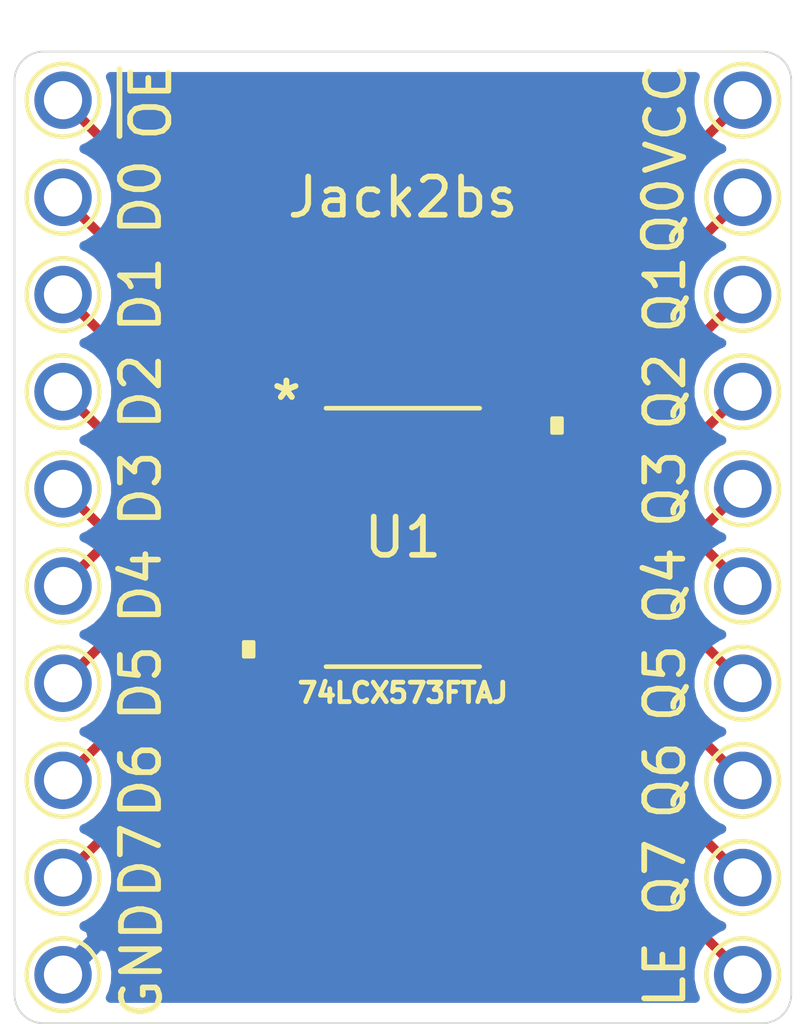
<source format=kicad_pcb>
(kicad_pcb (version 20171130) (host pcbnew "(5.1.10)-1")

  (general
    (thickness 1.6)
    (drawings 9)
    (tracks 56)
    (zones 0)
    (modules 21)
    (nets 21)
  )

  (page A4)
  (layers
    (0 F.Cu signal)
    (31 B.Cu signal)
    (32 B.Adhes user)
    (33 F.Adhes user)
    (34 B.Paste user)
    (35 F.Paste user)
    (36 B.SilkS user)
    (37 F.SilkS user)
    (38 B.Mask user)
    (39 F.Mask user)
    (40 Dwgs.User user)
    (41 Cmts.User user)
    (42 Eco1.User user)
    (43 Eco2.User user)
    (44 Edge.Cuts user)
    (45 Margin user)
    (46 B.CrtYd user)
    (47 F.CrtYd user)
    (48 B.Fab user)
    (49 F.Fab user hide)
  )

  (setup
    (last_trace_width 0.25)
    (trace_clearance 0.2)
    (zone_clearance 0.508)
    (zone_45_only no)
    (trace_min 0.2)
    (via_size 0.8)
    (via_drill 0.4)
    (via_min_size 0.4)
    (via_min_drill 0.3)
    (uvia_size 0.3)
    (uvia_drill 0.1)
    (uvias_allowed no)
    (uvia_min_size 0.2)
    (uvia_min_drill 0.1)
    (edge_width 0.05)
    (segment_width 0.2)
    (pcb_text_width 0.3)
    (pcb_text_size 1.5 1.5)
    (mod_edge_width 0.12)
    (mod_text_size 1 1)
    (mod_text_width 0.15)
    (pad_size 1.5 1.5)
    (pad_drill 1)
    (pad_to_mask_clearance 0)
    (aux_axis_origin 0 0)
    (visible_elements 7FFFFFFF)
    (pcbplotparams
      (layerselection 0x010fc_ffffffff)
      (usegerberextensions false)
      (usegerberattributes true)
      (usegerberadvancedattributes true)
      (creategerberjobfile true)
      (excludeedgelayer true)
      (linewidth 0.100000)
      (plotframeref false)
      (viasonmask false)
      (mode 1)
      (useauxorigin false)
      (hpglpennumber 1)
      (hpglpenspeed 20)
      (hpglpendiameter 15.000000)
      (psnegative false)
      (psa4output false)
      (plotreference true)
      (plotvalue true)
      (plotinvisibletext false)
      (padsonsilk false)
      (subtractmaskfromsilk false)
      (outputformat 1)
      (mirror false)
      (drillshape 0)
      (scaleselection 1)
      (outputdirectory ""))
  )

  (net 0 "")
  (net 1 "Net-(TP0-Pad1)")
  (net 2 "Net-(TP1-Pad1)")
  (net 3 "Net-(TP2-Pad1)")
  (net 4 "Net-(TP3-Pad1)")
  (net 5 "Net-(TP4-Pad1)")
  (net 6 "Net-(TP5-Pad1)")
  (net 7 "Net-(TP6-Pad1)")
  (net 8 "Net-(TP7-Pad1)")
  (net 9 "Net-(TP10-Pad1)")
  (net 10 "Net-(TP11-Pad1)")
  (net 11 "Net-(TP12-Pad1)")
  (net 12 "Net-(TP13-Pad1)")
  (net 13 "Net-(TP14-Pad1)")
  (net 14 "Net-(TP15-Pad1)")
  (net 15 "Net-(TP16-Pad1)")
  (net 16 "Net-(TP17-Pad1)")
  (net 17 "Net-(TP20-Pad1)")
  (net 18 "Net-(TP21-Pad1)")
  (net 19 "Net-(TP30-Pad1)")
  (net 20 "Net-(TP31-Pad1)")

  (net_class Default "This is the default net class."
    (clearance 0.2)
    (trace_width 0.25)
    (via_dia 0.8)
    (via_drill 0.4)
    (uvia_dia 0.3)
    (uvia_drill 0.1)
    (add_net "Net-(TP0-Pad1)")
    (add_net "Net-(TP1-Pad1)")
    (add_net "Net-(TP10-Pad1)")
    (add_net "Net-(TP11-Pad1)")
    (add_net "Net-(TP12-Pad1)")
    (add_net "Net-(TP13-Pad1)")
    (add_net "Net-(TP14-Pad1)")
    (add_net "Net-(TP15-Pad1)")
    (add_net "Net-(TP16-Pad1)")
    (add_net "Net-(TP17-Pad1)")
    (add_net "Net-(TP2-Pad1)")
    (add_net "Net-(TP20-Pad1)")
    (add_net "Net-(TP21-Pad1)")
    (add_net "Net-(TP3-Pad1)")
    (add_net "Net-(TP30-Pad1)")
    (add_net "Net-(TP31-Pad1)")
    (add_net "Net-(TP4-Pad1)")
    (add_net "Net-(TP5-Pad1)")
    (add_net "Net-(TP6-Pad1)")
    (add_net "Net-(TP7-Pad1)")
  )

  (module TestPoint:TestPoint_THTPad_D1.5mm_Drill0.7mm (layer F.Cu) (tedit 622B8F47) (tstamp 61D3F2D4)
    (at 87.63 68.58)
    (descr "THT pad as test Point, diameter 1.5mm, hole diameter 0.7mm")
    (tags "test point THT pad")
    (path /61DDB340)
    (attr virtual)
    (fp_text reference D1 (at 2.032 0 90) (layer F.SilkS)
      (effects (font (size 1 1) (thickness 0.15)))
    )
    (fp_text value TestPoint (at 0 1.75) (layer F.Fab)
      (effects (font (size 1 1) (thickness 0.15)))
    )
    (fp_circle (center 0 0) (end 1.25 0) (layer F.CrtYd) (width 0.05))
    (fp_circle (center 0 0) (end 0 0.95) (layer F.SilkS) (width 0.12))
    (fp_text user %R (at 0 -1.65) (layer F.Fab)
      (effects (font (size 1 1) (thickness 0.15)))
    )
    (pad 1 thru_hole circle (at 0 0) (size 1.5 1.5) (drill 1) (layers *.Cu *.Mask)
      (net 2 "Net-(TP1-Pad1)"))
  )

  (module Toshiba_Semic_Latch:74LCX573FTAJ (layer F.Cu) (tedit 0) (tstamp 61D42ED7)
    (at 96.52 74.93)
    (path /61D3D3F1)
    (fp_text reference U1 (at 0 0) (layer F.SilkS)
      (effects (font (size 1 1) (thickness 0.15)))
    )
    (fp_text value 74LCX573FTAJ (at 0 4.064) (layer F.SilkS)
      (effects (font (size 0.508 0.508) (thickness 0.127)))
    )
    (fp_line (start -2.1971 -2.772601) (end -2.1971 -3.077401) (layer F.Fab) (width 0.1))
    (fp_line (start -2.1971 -3.077401) (end -3.302 -3.077401) (layer F.Fab) (width 0.1))
    (fp_line (start -3.302 -3.077401) (end -3.302 -2.772601) (layer F.Fab) (width 0.1))
    (fp_line (start -3.302 -2.772601) (end -2.1971 -2.772601) (layer F.Fab) (width 0.1))
    (fp_line (start -2.1971 -2.1226) (end -2.1971 -2.4274) (layer F.Fab) (width 0.1))
    (fp_line (start -2.1971 -2.4274) (end -3.302 -2.4274) (layer F.Fab) (width 0.1))
    (fp_line (start -3.302 -2.4274) (end -3.302 -2.1226) (layer F.Fab) (width 0.1))
    (fp_line (start -3.302 -2.1226) (end -2.1971 -2.1226) (layer F.Fab) (width 0.1))
    (fp_line (start -2.1971 -1.472601) (end -2.1971 -1.777401) (layer F.Fab) (width 0.1))
    (fp_line (start -2.1971 -1.777401) (end -3.302 -1.777401) (layer F.Fab) (width 0.1))
    (fp_line (start -3.302 -1.777401) (end -3.302 -1.472601) (layer F.Fab) (width 0.1))
    (fp_line (start -3.302 -1.472601) (end -2.1971 -1.472601) (layer F.Fab) (width 0.1))
    (fp_line (start -2.1971 -0.822601) (end -2.1971 -1.127401) (layer F.Fab) (width 0.1))
    (fp_line (start -2.1971 -1.127401) (end -3.302 -1.127401) (layer F.Fab) (width 0.1))
    (fp_line (start -3.302 -1.127401) (end -3.302 -0.822601) (layer F.Fab) (width 0.1))
    (fp_line (start -3.302 -0.822601) (end -2.1971 -0.822601) (layer F.Fab) (width 0.1))
    (fp_line (start -2.1971 -0.172601) (end -2.1971 -0.477401) (layer F.Fab) (width 0.1))
    (fp_line (start -2.1971 -0.477401) (end -3.302 -0.477401) (layer F.Fab) (width 0.1))
    (fp_line (start -3.302 -0.477401) (end -3.302 -0.172601) (layer F.Fab) (width 0.1))
    (fp_line (start -3.302 -0.172601) (end -2.1971 -0.172601) (layer F.Fab) (width 0.1))
    (fp_line (start -2.1971 0.477399) (end -2.1971 0.172599) (layer F.Fab) (width 0.1))
    (fp_line (start -2.1971 0.172599) (end -3.302 0.172599) (layer F.Fab) (width 0.1))
    (fp_line (start -3.302 0.172599) (end -3.302 0.477399) (layer F.Fab) (width 0.1))
    (fp_line (start -3.302 0.477399) (end -2.1971 0.477399) (layer F.Fab) (width 0.1))
    (fp_line (start -2.1971 1.127399) (end -2.1971 0.822599) (layer F.Fab) (width 0.1))
    (fp_line (start -2.1971 0.822599) (end -3.302 0.822599) (layer F.Fab) (width 0.1))
    (fp_line (start -3.302 0.822599) (end -3.302 1.127399) (layer F.Fab) (width 0.1))
    (fp_line (start -3.302 1.127399) (end -2.1971 1.127399) (layer F.Fab) (width 0.1))
    (fp_line (start -2.1971 1.777399) (end -2.1971 1.472599) (layer F.Fab) (width 0.1))
    (fp_line (start -2.1971 1.472599) (end -3.302 1.472599) (layer F.Fab) (width 0.1))
    (fp_line (start -3.302 1.472599) (end -3.302 1.777399) (layer F.Fab) (width 0.1))
    (fp_line (start -3.302 1.777399) (end -2.1971 1.777399) (layer F.Fab) (width 0.1))
    (fp_line (start -2.1971 2.427399) (end -2.1971 2.122599) (layer F.Fab) (width 0.1))
    (fp_line (start -2.1971 2.122599) (end -3.302 2.122599) (layer F.Fab) (width 0.1))
    (fp_line (start -3.302 2.122599) (end -3.302 2.427399) (layer F.Fab) (width 0.1))
    (fp_line (start -3.302 2.427399) (end -2.1971 2.427399) (layer F.Fab) (width 0.1))
    (fp_line (start -2.1971 3.077399) (end -2.1971 2.772599) (layer F.Fab) (width 0.1))
    (fp_line (start -2.1971 2.772599) (end -3.302 2.772599) (layer F.Fab) (width 0.1))
    (fp_line (start -3.302 2.772599) (end -3.302 3.077399) (layer F.Fab) (width 0.1))
    (fp_line (start -3.302 3.077399) (end -2.1971 3.077399) (layer F.Fab) (width 0.1))
    (fp_line (start 2.1971 2.772601) (end 2.1971 3.077401) (layer F.Fab) (width 0.1))
    (fp_line (start 2.1971 3.077401) (end 3.302 3.077401) (layer F.Fab) (width 0.1))
    (fp_line (start 3.302 3.077401) (end 3.302 2.772601) (layer F.Fab) (width 0.1))
    (fp_line (start 3.302 2.772601) (end 2.1971 2.772601) (layer F.Fab) (width 0.1))
    (fp_line (start 2.1971 2.122601) (end 2.1971 2.427401) (layer F.Fab) (width 0.1))
    (fp_line (start 2.1971 2.427401) (end 3.302 2.427401) (layer F.Fab) (width 0.1))
    (fp_line (start 3.302 2.427401) (end 3.302 2.122601) (layer F.Fab) (width 0.1))
    (fp_line (start 3.302 2.122601) (end 2.1971 2.122601) (layer F.Fab) (width 0.1))
    (fp_line (start 2.1971 1.472601) (end 2.1971 1.777401) (layer F.Fab) (width 0.1))
    (fp_line (start 2.1971 1.777401) (end 3.302 1.777401) (layer F.Fab) (width 0.1))
    (fp_line (start 3.302 1.777401) (end 3.302 1.472601) (layer F.Fab) (width 0.1))
    (fp_line (start 3.302 1.472601) (end 2.1971 1.472601) (layer F.Fab) (width 0.1))
    (fp_line (start 2.1971 0.822601) (end 2.1971 1.127401) (layer F.Fab) (width 0.1))
    (fp_line (start 2.1971 1.127401) (end 3.302 1.127401) (layer F.Fab) (width 0.1))
    (fp_line (start 3.302 1.127401) (end 3.302 0.822601) (layer F.Fab) (width 0.1))
    (fp_line (start 3.302 0.822601) (end 2.1971 0.822601) (layer F.Fab) (width 0.1))
    (fp_line (start 2.1971 0.172601) (end 2.1971 0.477401) (layer F.Fab) (width 0.1))
    (fp_line (start 2.1971 0.477401) (end 3.302 0.477401) (layer F.Fab) (width 0.1))
    (fp_line (start 3.302 0.477401) (end 3.302 0.172601) (layer F.Fab) (width 0.1))
    (fp_line (start 3.302 0.172601) (end 2.1971 0.172601) (layer F.Fab) (width 0.1))
    (fp_line (start 2.1971 -0.477399) (end 2.1971 -0.172599) (layer F.Fab) (width 0.1))
    (fp_line (start 2.1971 -0.172599) (end 3.302 -0.172599) (layer F.Fab) (width 0.1))
    (fp_line (start 3.302 -0.172599) (end 3.302 -0.477399) (layer F.Fab) (width 0.1))
    (fp_line (start 3.302 -0.477399) (end 2.1971 -0.477399) (layer F.Fab) (width 0.1))
    (fp_line (start 2.1971 -1.127399) (end 2.1971 -0.822599) (layer F.Fab) (width 0.1))
    (fp_line (start 2.1971 -0.822599) (end 3.302 -0.822599) (layer F.Fab) (width 0.1))
    (fp_line (start 3.302 -0.822599) (end 3.302 -1.127399) (layer F.Fab) (width 0.1))
    (fp_line (start 3.302 -1.127399) (end 2.1971 -1.127399) (layer F.Fab) (width 0.1))
    (fp_line (start 2.1971 -1.777399) (end 2.1971 -1.472599) (layer F.Fab) (width 0.1))
    (fp_line (start 2.1971 -1.472599) (end 3.302 -1.472599) (layer F.Fab) (width 0.1))
    (fp_line (start 3.302 -1.472599) (end 3.302 -1.777399) (layer F.Fab) (width 0.1))
    (fp_line (start 3.302 -1.777399) (end 2.1971 -1.777399) (layer F.Fab) (width 0.1))
    (fp_line (start 2.1971 -2.427399) (end 2.1971 -2.122599) (layer F.Fab) (width 0.1))
    (fp_line (start 2.1971 -2.122599) (end 3.302 -2.122599) (layer F.Fab) (width 0.1))
    (fp_line (start 3.302 -2.122599) (end 3.302 -2.427399) (layer F.Fab) (width 0.1))
    (fp_line (start 3.302 -2.427399) (end 2.1971 -2.427399) (layer F.Fab) (width 0.1))
    (fp_line (start 2.1971 -3.077399) (end 2.1971 -2.772599) (layer F.Fab) (width 0.1))
    (fp_line (start 2.1971 -2.772599) (end 3.302 -2.772599) (layer F.Fab) (width 0.1))
    (fp_line (start 3.302 -2.772599) (end 3.302 -3.077399) (layer F.Fab) (width 0.1))
    (fp_line (start 3.302 -3.077399) (end 2.1971 -3.077399) (layer F.Fab) (width 0.1))
    (fp_line (start -2.010956 3.3782) (end 2.010952 3.3782) (layer F.SilkS) (width 0.12))
    (fp_line (start 2.010956 -3.3782) (end -2.010952 -3.3782) (layer F.SilkS) (width 0.12))
    (fp_line (start -2.1971 3.2512) (end 2.1971 3.2512) (layer F.Fab) (width 0.1))
    (fp_line (start 2.1971 3.2512) (end 2.1971 -3.2512) (layer F.Fab) (width 0.1))
    (fp_line (start 2.1971 -3.2512) (end -2.1971 -3.2512) (layer F.Fab) (width 0.1))
    (fp_line (start -2.1971 -3.2512) (end -2.1971 3.2512) (layer F.Fab) (width 0.1))
    (fp_poly (pts (xy -4.159999 2.734498) (xy -4.159999 3.115498) (xy -3.905999 3.115498) (xy -3.905999 2.734498)) (layer F.SilkS) (width 0.1))
    (fp_poly (pts (xy 4.159999 -3.115498) (xy 4.159999 -2.734498) (xy 3.905999 -2.734498) (xy 3.905999 -3.115498)) (layer F.SilkS) (width 0.1))
    (fp_line (start -3.905999 3.3564) (end -3.905999 -3.3564) (layer F.CrtYd) (width 0.05))
    (fp_line (start -3.905999 -3.3564) (end -2.4511 -3.3564) (layer F.CrtYd) (width 0.05))
    (fp_line (start -2.4511 -3.3564) (end -2.4511 -3.5052) (layer F.CrtYd) (width 0.05))
    (fp_line (start -2.4511 -3.5052) (end 2.4511 -3.5052) (layer F.CrtYd) (width 0.05))
    (fp_line (start 2.4511 -3.5052) (end 2.4511 -3.3564) (layer F.CrtYd) (width 0.05))
    (fp_line (start 2.4511 -3.3564) (end 3.905999 -3.3564) (layer F.CrtYd) (width 0.05))
    (fp_line (start 3.905999 -3.3564) (end 3.905999 3.3564) (layer F.CrtYd) (width 0.05))
    (fp_line (start 3.905999 3.3564) (end 2.4511 3.3564) (layer F.CrtYd) (width 0.05))
    (fp_line (start 2.4511 3.3564) (end 2.4511 3.5052) (layer F.CrtYd) (width 0.05))
    (fp_line (start 2.4511 3.5052) (end -2.4511 3.5052) (layer F.CrtYd) (width 0.05))
    (fp_line (start -2.4511 3.5052) (end -2.4511 3.3564) (layer F.CrtYd) (width 0.05))
    (fp_line (start -2.4511 3.3564) (end -3.905999 3.3564) (layer F.CrtYd) (width 0.05))
    (fp_arc (start 0 -3.2512) (end -0.007742 -0.08258) (angle -180) (layer F.Fab) (width 0.1))
    (fp_arc (start 0 -3.2512) (end -0.009301 -0.08258) (angle -180) (layer F.CrtYd) (width 0.05))
    (fp_text user * (at -1.8161 -3.175) (layer F.Fab)
      (effects (font (size 1 1) (thickness 0.15)))
    )
    (fp_text user * (at -3.048 -3.556) (layer F.SilkS)
      (effects (font (size 1 1) (thickness 0.15)))
    )
    (fp_text user * (at -1.8161 -3.175) (layer F.Fab)
      (effects (font (size 1 1) (thickness 0.15)))
    )
    (fp_text user * (at -3.048 -3.556) (layer F.SilkS)
      (effects (font (size 1 1) (thickness 0.15)))
    )
    (pad 20 smd rect (at 2.924548 -2.924998) (size 1.454899 0.3548) (layers F.Cu F.Paste F.Mask)
      (net 20 "Net-(TP31-Pad1)"))
    (pad 19 smd rect (at 2.924548 -2.274999) (size 1.454899 0.3548) (layers F.Cu F.Paste F.Mask)
      (net 9 "Net-(TP10-Pad1)"))
    (pad 18 smd rect (at 2.924548 -1.624998) (size 1.454899 0.3548) (layers F.Cu F.Paste F.Mask)
      (net 10 "Net-(TP11-Pad1)"))
    (pad 17 smd rect (at 2.924548 -0.974999) (size 1.454899 0.3548) (layers F.Cu F.Paste F.Mask)
      (net 11 "Net-(TP12-Pad1)"))
    (pad 16 smd rect (at 2.924548 -0.324998) (size 1.454899 0.3548) (layers F.Cu F.Paste F.Mask)
      (net 12 "Net-(TP13-Pad1)"))
    (pad 15 smd rect (at 2.924548 0.325001) (size 1.454899 0.3548) (layers F.Cu F.Paste F.Mask)
      (net 13 "Net-(TP14-Pad1)"))
    (pad 14 smd rect (at 2.924548 0.975002) (size 1.454899 0.3548) (layers F.Cu F.Paste F.Mask)
      (net 14 "Net-(TP15-Pad1)"))
    (pad 13 smd rect (at 2.924548 1.625001) (size 1.454899 0.3548) (layers F.Cu F.Paste F.Mask)
      (net 15 "Net-(TP16-Pad1)"))
    (pad 12 smd rect (at 2.924548 2.275002) (size 1.454899 0.3548) (layers F.Cu F.Paste F.Mask)
      (net 16 "Net-(TP17-Pad1)"))
    (pad 11 smd rect (at 2.924548 2.925) (size 1.454899 0.3548) (layers F.Cu F.Paste F.Mask)
      (net 17 "Net-(TP20-Pad1)"))
    (pad 10 smd rect (at -2.924548 2.924998) (size 1.454899 0.3548) (layers F.Cu F.Paste F.Mask)
      (net 19 "Net-(TP30-Pad1)"))
    (pad 9 smd rect (at -2.924548 2.274999) (size 1.454899 0.3548) (layers F.Cu F.Paste F.Mask)
      (net 8 "Net-(TP7-Pad1)"))
    (pad 8 smd rect (at -2.924548 1.624998) (size 1.454899 0.3548) (layers F.Cu F.Paste F.Mask)
      (net 7 "Net-(TP6-Pad1)"))
    (pad 7 smd rect (at -2.924548 0.974999) (size 1.454899 0.3548) (layers F.Cu F.Paste F.Mask)
      (net 6 "Net-(TP5-Pad1)"))
    (pad 6 smd rect (at -2.924548 0.324998) (size 1.454899 0.3548) (layers F.Cu F.Paste F.Mask)
      (net 5 "Net-(TP4-Pad1)"))
    (pad 5 smd rect (at -2.924548 -0.325001) (size 1.454899 0.3548) (layers F.Cu F.Paste F.Mask)
      (net 4 "Net-(TP3-Pad1)"))
    (pad 4 smd rect (at -2.924548 -0.974999) (size 1.454899 0.3548) (layers F.Cu F.Paste F.Mask)
      (net 3 "Net-(TP2-Pad1)"))
    (pad 3 smd rect (at -2.924548 -1.625001) (size 1.454899 0.3548) (layers F.Cu F.Paste F.Mask)
      (net 2 "Net-(TP1-Pad1)"))
    (pad 2 smd rect (at -2.924548 -2.274999) (size 1.454899 0.3548) (layers F.Cu F.Paste F.Mask)
      (net 1 "Net-(TP0-Pad1)"))
    (pad 1 smd rect (at -2.924548 -2.925) (size 1.454899 0.3548) (layers F.Cu F.Paste F.Mask)
      (net 18 "Net-(TP21-Pad1)"))
  )

  (module TestPoint:TestPoint_THTPad_D1.5mm_Drill0.7mm (layer F.Cu) (tedit 622B8F33) (tstamp 61D4258E)
    (at 105.41 63.5)
    (descr "THT pad as test Point, diameter 1.5mm, hole diameter 0.7mm")
    (tags "test point THT pad")
    (path /61DDC98C)
    (attr virtual)
    (fp_text reference VCC (at -2.01 0.49 90) (layer F.SilkS)
      (effects (font (size 1 1) (thickness 0.15)))
    )
    (fp_text value TestPoint (at 0 1.75) (layer F.Fab)
      (effects (font (size 1 1) (thickness 0.15)))
    )
    (fp_circle (center 0 0) (end 1.25 0) (layer F.CrtYd) (width 0.05))
    (fp_circle (center 0 0) (end 0 0.95) (layer F.SilkS) (width 0.12))
    (fp_text user %R (at 0 -1.65) (layer F.Fab)
      (effects (font (size 1 1) (thickness 0.15)))
    )
    (pad 1 thru_hole circle (at 0 0) (size 1.5 1.5) (drill 1) (layers *.Cu *.Mask)
      (net 20 "Net-(TP31-Pad1)"))
  )

  (module TestPoint:TestPoint_THTPad_D1.5mm_Drill0.7mm (layer F.Cu) (tedit 622B8F75) (tstamp 61D3F35C)
    (at 87.63 86.36)
    (descr "THT pad as test Point, diameter 1.5mm, hole diameter 0.7mm")
    (tags "test point THT pad")
    (path /61DDC986)
    (attr virtual)
    (fp_text reference GND (at 2.06 -0.38 90) (layer F.SilkS)
      (effects (font (size 1 1) (thickness 0.15)))
    )
    (fp_text value TestPoint (at 0 1.75) (layer F.Fab)
      (effects (font (size 1 1) (thickness 0.15)))
    )
    (fp_circle (center 0 0) (end 1.25 0) (layer F.CrtYd) (width 0.05))
    (fp_circle (center 0 0) (end 0 0.95) (layer F.SilkS) (width 0.12))
    (fp_text user %R (at 0 -1.65) (layer F.Fab)
      (effects (font (size 1 1) (thickness 0.15)))
    )
    (pad 1 thru_hole circle (at 0 0) (size 1.5 1.5) (drill 1) (layers *.Cu *.Mask)
      (net 19 "Net-(TP30-Pad1)"))
  )

  (module TestPoint:TestPoint_THTPad_D1.5mm_Drill0.7mm (layer F.Cu) (tedit 622B8F3B) (tstamp 61D3F354)
    (at 87.63 63.5)
    (descr "THT pad as test Point, diameter 1.5mm, hole diameter 0.7mm")
    (tags "test point THT pad")
    (path /61DFF4D5)
    (attr virtual)
    (fp_text reference ~OE (at 2.3 0.06 90) (layer F.SilkS)
      (effects (font (size 1 1) (thickness 0.15)))
    )
    (fp_text value TestPoint (at 0 1.75) (layer F.Fab)
      (effects (font (size 1 1) (thickness 0.15)))
    )
    (fp_circle (center 0 0) (end 0 0.95) (layer F.SilkS) (width 0.12))
    (fp_circle (center 0 0) (end 1.25 0) (layer F.CrtYd) (width 0.05))
    (fp_text user %R (at 0 -1.65) (layer F.Fab)
      (effects (font (size 1 1) (thickness 0.15)))
    )
    (pad 1 thru_hole circle (at 0 0) (size 1.5 1.5) (drill 1) (layers *.Cu *.Mask)
      (net 18 "Net-(TP21-Pad1)"))
  )

  (module TestPoint:TestPoint_THTPad_D1.5mm_Drill0.7mm (layer F.Cu) (tedit 622B8EDE) (tstamp 61D425A3)
    (at 105.41 86.36)
    (descr "THT pad as test Point, diameter 1.5mm, hole diameter 0.7mm")
    (tags "test point THT pad")
    (path /61DFF4DB)
    (attr virtual)
    (fp_text reference LE (at -2.032 0 90) (layer F.SilkS)
      (effects (font (size 1 1) (thickness 0.15)))
    )
    (fp_text value TestPoint (at 0 1.75) (layer F.Fab)
      (effects (font (size 1 1) (thickness 0.15)))
    )
    (fp_circle (center 0 0) (end 1.25 0) (layer F.CrtYd) (width 0.05))
    (fp_circle (center 0 0) (end 0 0.95) (layer F.SilkS) (width 0.12))
    (fp_text user %R (at 0 -1.65) (layer F.Fab)
      (effects (font (size 1 1) (thickness 0.15)))
    )
    (pad 1 thru_hole circle (at 0 0) (size 1.5 1.5) (drill 1) (layers *.Cu *.Mask)
      (net 17 "Net-(TP20-Pad1)"))
  )

  (module TestPoint:TestPoint_THTPad_D1.5mm_Drill0.7mm (layer F.Cu) (tedit 622B8EFA) (tstamp 61D42564)
    (at 105.41 83.82)
    (descr "THT pad as test Point, diameter 1.5mm, hole diameter 0.7mm")
    (tags "test point THT pad")
    (path /61DCA304)
    (attr virtual)
    (fp_text reference Q7 (at -2.032 0 90) (layer F.SilkS)
      (effects (font (size 1 1) (thickness 0.15)))
    )
    (fp_text value TestPoint (at 0 1.75) (layer F.Fab)
      (effects (font (size 1 1) (thickness 0.15)))
    )
    (fp_circle (center 0 0) (end 1.25 0) (layer F.CrtYd) (width 0.05))
    (fp_circle (center 0 0) (end 0 0.95) (layer F.SilkS) (width 0.12))
    (fp_text user %R (at 0 -1.65) (layer F.Fab)
      (effects (font (size 1 1) (thickness 0.15)))
    )
    (pad 1 thru_hole circle (at 0 0) (size 1.5 1.5) (drill 1) (layers *.Cu *.Mask)
      (net 16 "Net-(TP17-Pad1)"))
  )

  (module TestPoint:TestPoint_THTPad_D1.5mm_Drill0.7mm (layer F.Cu) (tedit 622B8F02) (tstamp 61D425B8)
    (at 105.41 81.28)
    (descr "THT pad as test Point, diameter 1.5mm, hole diameter 0.7mm")
    (tags "test point THT pad")
    (path /61DCA2FE)
    (attr virtual)
    (fp_text reference Q6 (at -2.032 0 90) (layer F.SilkS)
      (effects (font (size 1 1) (thickness 0.15)))
    )
    (fp_text value TestPoint (at 0 1.75) (layer F.Fab)
      (effects (font (size 1 1) (thickness 0.15)))
    )
    (fp_circle (center 0 0) (end 1.25 0) (layer F.CrtYd) (width 0.05))
    (fp_circle (center 0 0) (end 0 0.95) (layer F.SilkS) (width 0.12))
    (fp_text user %R (at 0 -1.65) (layer F.Fab)
      (effects (font (size 1 1) (thickness 0.15)))
    )
    (pad 1 thru_hole circle (at 0 0) (size 1.5 1.5) (drill 1) (layers *.Cu *.Mask)
      (net 15 "Net-(TP16-Pad1)"))
  )

  (module TestPoint:TestPoint_THTPad_D1.5mm_Drill0.7mm (layer F.Cu) (tedit 622B8F08) (tstamp 61D4253A)
    (at 105.41 78.74)
    (descr "THT pad as test Point, diameter 1.5mm, hole diameter 0.7mm")
    (tags "test point THT pad")
    (path /61DCA2F8)
    (attr virtual)
    (fp_text reference Q5 (at -2.032 0 90) (layer F.SilkS)
      (effects (font (size 1 1) (thickness 0.15)))
    )
    (fp_text value TestPoint (at 0 1.75) (layer F.Fab)
      (effects (font (size 1 1) (thickness 0.15)))
    )
    (fp_circle (center 0 0) (end 1.25 0) (layer F.CrtYd) (width 0.05))
    (fp_circle (center 0 0) (end 0 0.95) (layer F.SilkS) (width 0.12))
    (fp_text user %R (at 0 -1.65) (layer F.Fab)
      (effects (font (size 1 1) (thickness 0.15)))
    )
    (pad 1 thru_hole circle (at 0 0) (size 1.5 1.5) (drill 1) (layers *.Cu *.Mask)
      (net 14 "Net-(TP15-Pad1)"))
  )

  (module TestPoint:TestPoint_THTPad_D1.5mm_Drill0.7mm (layer F.Cu) (tedit 622B8F0E) (tstamp 61D425CD)
    (at 105.41 76.2)
    (descr "THT pad as test Point, diameter 1.5mm, hole diameter 0.7mm")
    (tags "test point THT pad")
    (path /61DCA2F2)
    (attr virtual)
    (fp_text reference Q4 (at -2.032 0 90) (layer F.SilkS)
      (effects (font (size 1 1) (thickness 0.15)))
    )
    (fp_text value TestPoint (at 0 1.75) (layer F.Fab)
      (effects (font (size 1 1) (thickness 0.15)))
    )
    (fp_circle (center 0 0) (end 1.25 0) (layer F.CrtYd) (width 0.05))
    (fp_circle (center 0 0) (end 0 0.95) (layer F.SilkS) (width 0.12))
    (fp_text user %R (at 0 -1.65) (layer F.Fab)
      (effects (font (size 1 1) (thickness 0.15)))
    )
    (pad 1 thru_hole circle (at 0 0) (size 1.5 1.5) (drill 1) (layers *.Cu *.Mask)
      (net 13 "Net-(TP14-Pad1)"))
  )

  (module TestPoint:TestPoint_THTPad_D1.5mm_Drill0.7mm (layer F.Cu) (tedit 622B8F13) (tstamp 61D425E2)
    (at 105.41 73.66)
    (descr "THT pad as test Point, diameter 1.5mm, hole diameter 0.7mm")
    (tags "test point THT pad")
    (path /61DC8968)
    (attr virtual)
    (fp_text reference Q3 (at -2.032 0 90) (layer F.SilkS)
      (effects (font (size 1 1) (thickness 0.15)))
    )
    (fp_text value TestPoint (at 0 1.75) (layer F.Fab)
      (effects (font (size 1 1) (thickness 0.15)))
    )
    (fp_circle (center 0 0) (end 1.25 0) (layer F.CrtYd) (width 0.05))
    (fp_circle (center 0 0) (end 0 0.95) (layer F.SilkS) (width 0.12))
    (fp_text user %R (at 0 -1.65) (layer F.Fab)
      (effects (font (size 1 1) (thickness 0.15)))
    )
    (pad 1 thru_hole circle (at 0 0) (size 1.5 1.5) (drill 1) (layers *.Cu *.Mask)
      (net 12 "Net-(TP13-Pad1)"))
  )

  (module TestPoint:TestPoint_THTPad_D1.5mm_Drill0.7mm (layer F.Cu) (tedit 622B8F1C) (tstamp 61D42579)
    (at 105.41 71.12)
    (descr "THT pad as test Point, diameter 1.5mm, hole diameter 0.7mm")
    (tags "test point THT pad")
    (path /61DC8962)
    (attr virtual)
    (fp_text reference Q2 (at -2.032 0 90) (layer F.SilkS)
      (effects (font (size 1 1) (thickness 0.15)))
    )
    (fp_text value TestPoint (at 0 1.75) (layer F.Fab)
      (effects (font (size 1 1) (thickness 0.15)))
    )
    (fp_circle (center 0 0) (end 1.25 0) (layer F.CrtYd) (width 0.05))
    (fp_circle (center 0 0) (end 0 0.95) (layer F.SilkS) (width 0.12))
    (fp_text user %R (at 0 -1.65) (layer F.Fab)
      (effects (font (size 1 1) (thickness 0.15)))
    )
    (pad 1 thru_hole circle (at 0 0) (size 1.5 1.5) (drill 1) (layers *.Cu *.Mask)
      (net 11 "Net-(TP12-Pad1)"))
  )

  (module TestPoint:TestPoint_THTPad_D1.5mm_Drill0.7mm (layer F.Cu) (tedit 622B8F26) (tstamp 61D4254F)
    (at 105.41 68.58)
    (descr "THT pad as test Point, diameter 1.5mm, hole diameter 0.7mm")
    (tags "test point THT pad")
    (path /61DC7940)
    (attr virtual)
    (fp_text reference Q1 (at -2.032 0 90) (layer F.SilkS)
      (effects (font (size 1 1) (thickness 0.15)))
    )
    (fp_text value TestPoint (at 0 1.75) (layer F.Fab)
      (effects (font (size 1 1) (thickness 0.15)))
    )
    (fp_circle (center 0 0) (end 1.25 0) (layer F.CrtYd) (width 0.05))
    (fp_circle (center 0 0) (end 0 0.95) (layer F.SilkS) (width 0.12))
    (fp_text user %R (at 0 -1.65) (layer F.Fab)
      (effects (font (size 1 1) (thickness 0.15)))
    )
    (pad 1 thru_hole circle (at 0 0) (size 1.5 1.5) (drill 1) (layers *.Cu *.Mask)
      (net 10 "Net-(TP11-Pad1)"))
  )

  (module TestPoint:TestPoint_THTPad_D1.5mm_Drill0.7mm (layer F.Cu) (tedit 622B8F2B) (tstamp 61D425F7)
    (at 105.41 66.04)
    (descr "THT pad as test Point, diameter 1.5mm, hole diameter 0.7mm")
    (tags "test point THT pad")
    (path /61DC552D)
    (attr virtual)
    (fp_text reference Q0 (at -2.07 0.49 90) (layer F.SilkS)
      (effects (font (size 1 1) (thickness 0.15)))
    )
    (fp_text value TestPoint (at 0 1.75) (layer F.Fab)
      (effects (font (size 1 1) (thickness 0.15)))
    )
    (fp_circle (center 0 0) (end 1.25 0) (layer F.CrtYd) (width 0.05))
    (fp_circle (center 0 0) (end 0 0.95) (layer F.SilkS) (width 0.12))
    (fp_text user %R (at 0 -1.65) (layer F.Fab)
      (effects (font (size 1 1) (thickness 0.15)))
    )
    (pad 1 thru_hole circle (at 0 0) (size 1.5 1.5) (drill 1) (layers *.Cu *.Mask)
      (net 9 "Net-(TP10-Pad1)"))
  )

  (module TestPoint:TestPoint_THTPad_D1.5mm_Drill0.7mm (layer F.Cu) (tedit 622B8F6F) (tstamp 61D3F304)
    (at 87.63 83.82)
    (descr "THT pad as test Point, diameter 1.5mm, hole diameter 0.7mm")
    (tags "test point THT pad")
    (path /61DDB364)
    (attr virtual)
    (fp_text reference D7 (at 2.032 -0.44 90) (layer F.SilkS)
      (effects (font (size 1 1) (thickness 0.15)))
    )
    (fp_text value TestPoint (at 0 1.75) (layer F.Fab)
      (effects (font (size 1 1) (thickness 0.15)))
    )
    (fp_circle (center 0 0) (end 1.25 0) (layer F.CrtYd) (width 0.05))
    (fp_circle (center 0 0) (end 0 0.95) (layer F.SilkS) (width 0.12))
    (fp_text user %R (at 0 -1.65) (layer F.Fab)
      (effects (font (size 1 1) (thickness 0.15)))
    )
    (pad 1 thru_hole circle (at 0 0) (size 1.5 1.5) (drill 1) (layers *.Cu *.Mask)
      (net 8 "Net-(TP7-Pad1)"))
  )

  (module TestPoint:TestPoint_THTPad_D1.5mm_Drill0.7mm (layer F.Cu) (tedit 622B8F68) (tstamp 61D3F2FC)
    (at 87.63 81.28)
    (descr "THT pad as test Point, diameter 1.5mm, hole diameter 0.7mm")
    (tags "test point THT pad")
    (path /61DDB35E)
    (attr virtual)
    (fp_text reference D6 (at 2.032 0 90) (layer F.SilkS)
      (effects (font (size 1 1) (thickness 0.15)))
    )
    (fp_text value TestPoint (at 0 1.75) (layer F.Fab)
      (effects (font (size 1 1) (thickness 0.15)))
    )
    (fp_circle (center 0 0) (end 1.25 0) (layer F.CrtYd) (width 0.05))
    (fp_circle (center 0 0) (end 0 0.95) (layer F.SilkS) (width 0.12))
    (fp_text user %R (at 0 -1.65) (layer F.Fab)
      (effects (font (size 1 1) (thickness 0.15)))
    )
    (pad 1 thru_hole circle (at 0 0) (size 1.5 1.5) (drill 1) (layers *.Cu *.Mask)
      (net 7 "Net-(TP6-Pad1)"))
  )

  (module TestPoint:TestPoint_THTPad_D1.5mm_Drill0.7mm (layer F.Cu) (tedit 622B8F63) (tstamp 61D3F2F4)
    (at 87.63 78.74)
    (descr "THT pad as test Point, diameter 1.5mm, hole diameter 0.7mm")
    (tags "test point THT pad")
    (path /61DDB358)
    (attr virtual)
    (fp_text reference D5 (at 2.032 0 90) (layer F.SilkS)
      (effects (font (size 1 1) (thickness 0.15)))
    )
    (fp_text value TestPoint (at 0 1.75) (layer F.Fab)
      (effects (font (size 1 1) (thickness 0.15)))
    )
    (fp_circle (center 0 0) (end 1.25 0) (layer F.CrtYd) (width 0.05))
    (fp_circle (center 0 0) (end 0 0.95) (layer F.SilkS) (width 0.12))
    (fp_text user %R (at 0 -1.65) (layer F.Fab)
      (effects (font (size 1 1) (thickness 0.15)))
    )
    (pad 1 thru_hole circle (at 0 0) (size 1.5 1.5) (drill 1) (layers *.Cu *.Mask)
      (net 6 "Net-(TP5-Pad1)"))
  )

  (module TestPoint:TestPoint_THTPad_D1.5mm_Drill0.7mm (layer F.Cu) (tedit 622B8F5C) (tstamp 61D3F2EC)
    (at 87.63 76.2)
    (descr "THT pad as test Point, diameter 1.5mm, hole diameter 0.7mm")
    (tags "test point THT pad")
    (path /61DDB352)
    (attr virtual)
    (fp_text reference D4 (at 2.032 0 90) (layer F.SilkS)
      (effects (font (size 1 1) (thickness 0.15)))
    )
    (fp_text value TestPoint (at 0 1.75) (layer F.Fab)
      (effects (font (size 1 1) (thickness 0.15)))
    )
    (fp_circle (center 0 0) (end 1.25 0) (layer F.CrtYd) (width 0.05))
    (fp_circle (center 0 0) (end 0 0.95) (layer F.SilkS) (width 0.12))
    (fp_text user %R (at 0 -1.65) (layer F.Fab)
      (effects (font (size 1 1) (thickness 0.15)))
    )
    (pad 1 thru_hole circle (at 0 0) (size 1.5 1.5) (drill 1) (layers *.Cu *.Mask)
      (net 5 "Net-(TP4-Pad1)"))
  )

  (module TestPoint:TestPoint_THTPad_D1.5mm_Drill0.7mm (layer F.Cu) (tedit 622B8F54) (tstamp 61D3F2E4)
    (at 87.63 73.66)
    (descr "THT pad as test Point, diameter 1.5mm, hole diameter 0.7mm")
    (tags "test point THT pad")
    (path /61DDB34C)
    (attr virtual)
    (fp_text reference D3 (at 2.032 0 90) (layer F.SilkS)
      (effects (font (size 1 1) (thickness 0.15)))
    )
    (fp_text value TestPoint (at 0 1.75) (layer F.Fab)
      (effects (font (size 1 1) (thickness 0.15)))
    )
    (fp_circle (center 0 0) (end 1.25 0) (layer F.CrtYd) (width 0.05))
    (fp_circle (center 0 0) (end 0 0.95) (layer F.SilkS) (width 0.12))
    (fp_text user %R (at 0 -1.65) (layer F.Fab)
      (effects (font (size 1 1) (thickness 0.15)))
    )
    (pad 1 thru_hole circle (at 0 0) (size 1.5 1.5) (drill 1) (layers *.Cu *.Mask)
      (net 4 "Net-(TP3-Pad1)"))
  )

  (module TestPoint:TestPoint_THTPad_D1.5mm_Drill0.7mm (layer F.Cu) (tedit 622B8F4F) (tstamp 61D424BA)
    (at 87.63 71.12)
    (descr "THT pad as test Point, diameter 1.5mm, hole diameter 0.7mm")
    (tags "test point THT pad")
    (path /61DDB346)
    (attr virtual)
    (fp_text reference D2 (at 2.032 0 90) (layer F.SilkS)
      (effects (font (size 1 1) (thickness 0.15)))
    )
    (fp_text value TestPoint (at 0 1.75) (layer F.Fab)
      (effects (font (size 1 1) (thickness 0.15)))
    )
    (fp_circle (center 0 0) (end 1.25 0) (layer F.CrtYd) (width 0.05))
    (fp_circle (center 0 0) (end 0 0.95) (layer F.SilkS) (width 0.12))
    (fp_text user %R (at 0 -1.65) (layer F.Fab)
      (effects (font (size 1 1) (thickness 0.15)))
    )
    (pad 1 thru_hole circle (at 0 0) (size 1.5 1.5) (drill 1) (layers *.Cu *.Mask)
      (net 3 "Net-(TP2-Pad1)"))
  )

  (module TestPoint:TestPoint_THTPad_D1.5mm_Drill0.7mm (layer F.Cu) (tedit 622B8F41) (tstamp 61D42416)
    (at 87.63 66.04)
    (descr "THT pad as test Point, diameter 1.5mm, hole diameter 0.7mm")
    (tags "test point THT pad")
    (path /61DDB36A)
    (attr virtual)
    (fp_text reference D0 (at 2.032 0 270) (layer F.SilkS)
      (effects (font (size 1 1) (thickness 0.15)))
    )
    (fp_text value TestPoint (at 0 1.75) (layer F.Fab)
      (effects (font (size 1 1) (thickness 0.15)))
    )
    (fp_circle (center 0 0) (end 1.25 0) (layer F.CrtYd) (width 0.05))
    (fp_circle (center 0 0) (end 0 0.95) (layer F.SilkS) (width 0.12))
    (fp_text user %R (at 0 -1.65) (layer F.Fab)
      (effects (font (size 1 1) (thickness 0.15)))
    )
    (pad 1 thru_hole circle (at 0 0) (size 1.5 1.5) (drill 1) (layers *.Cu *.Mask)
      (net 1 "Net-(TP0-Pad1)"))
  )

  (gr_line (start 105.918 87.63) (end 87.122 87.63) (layer Edge.Cuts) (width 0.05) (tstamp 61D43B91))
  (gr_line (start 106.68 62.992) (end 106.68 86.868) (layer Edge.Cuts) (width 0.05) (tstamp 61D43B90))
  (gr_line (start 87.122 62.23) (end 105.918 62.23) (layer Edge.Cuts) (width 0.05) (tstamp 61D43B8F))
  (gr_line (start 86.36 86.868) (end 86.36 62.992) (layer Edge.Cuts) (width 0.05) (tstamp 61D43B8E))
  (gr_arc (start 105.918 62.992) (end 106.68 62.992) (angle -90) (layer Edge.Cuts) (width 0.05))
  (gr_arc (start 105.918 86.868) (end 105.918 87.63) (angle -90) (layer Edge.Cuts) (width 0.05))
  (gr_arc (start 87.122 86.868) (end 86.36 86.868) (angle -90) (layer Edge.Cuts) (width 0.05))
  (gr_arc (start 87.122 62.992) (end 87.122 62.23) (angle -90) (layer Edge.Cuts) (width 0.05))
  (gr_text Jack2bs (at 96.52 66.04) (layer F.SilkS)
    (effects (font (size 1 1) (thickness 0.15)))
  )

  (segment (start 92.755602 72.655001) (end 90.678 70.577399) (width 0.25) (layer F.Cu) (net 1))
  (segment (start 93.595452 72.655001) (end 92.755602 72.655001) (width 0.25) (layer F.Cu) (net 1))
  (segment (start 90.678 69.088) (end 87.63 66.04) (width 0.25) (layer F.Cu) (net 1))
  (segment (start 90.678 70.577399) (end 90.678 69.088) (width 0.25) (layer F.Cu) (net 1))
  (segment (start 92.354999 73.304999) (end 87.63 68.58) (width 0.25) (layer F.Cu) (net 2))
  (segment (start 93.595452 73.304999) (end 92.354999 73.304999) (width 0.25) (layer F.Cu) (net 2))
  (segment (start 90.465001 73.955001) (end 87.63 71.12) (width 0.25) (layer F.Cu) (net 3))
  (segment (start 93.595452 73.955001) (end 90.465001 73.955001) (width 0.25) (layer F.Cu) (net 3))
  (segment (start 88.574999 74.604999) (end 87.63 73.66) (width 0.25) (layer F.Cu) (net 4))
  (segment (start 93.595452 74.604999) (end 88.574999 74.604999) (width 0.25) (layer F.Cu) (net 4))
  (segment (start 88.575002 75.254998) (end 87.63 76.2) (width 0.25) (layer F.Cu) (net 5))
  (segment (start 93.595452 75.254998) (end 88.575002 75.254998) (width 0.25) (layer F.Cu) (net 5))
  (segment (start 90.465001 75.904999) (end 87.63 78.74) (width 0.25) (layer F.Cu) (net 6))
  (segment (start 93.595452 75.904999) (end 90.465001 75.904999) (width 0.25) (layer F.Cu) (net 6))
  (segment (start 92.355002 76.554998) (end 87.63 81.28) (width 0.25) (layer F.Cu) (net 7))
  (segment (start 93.595452 76.554998) (end 92.355002 76.554998) (width 0.25) (layer F.Cu) (net 7))
  (segment (start 87.63 83.82) (end 90.678 80.772) (width 0.25) (layer F.Cu) (net 8))
  (segment (start 92.7556 77.204999) (end 93.595452 77.204999) (width 0.25) (layer F.Cu) (net 8))
  (segment (start 90.678 79.282599) (end 92.7556 77.204999) (width 0.25) (layer F.Cu) (net 8))
  (segment (start 90.678 80.772) (end 90.678 79.282599) (width 0.25) (layer F.Cu) (net 8))
  (segment (start 100.421997 72.655001) (end 102.362 70.714998) (width 0.25) (layer F.Cu) (net 9))
  (segment (start 99.444548 72.655001) (end 100.421997 72.655001) (width 0.25) (layer F.Cu) (net 9))
  (segment (start 102.362 69.088) (end 105.41 66.04) (width 0.25) (layer F.Cu) (net 9))
  (segment (start 102.362 70.714998) (end 102.362 69.088) (width 0.25) (layer F.Cu) (net 9))
  (segment (start 100.684998 73.305002) (end 105.41 68.58) (width 0.25) (layer F.Cu) (net 10))
  (segment (start 99.444548 73.305002) (end 100.684998 73.305002) (width 0.25) (layer F.Cu) (net 10))
  (segment (start 102.574999 73.955001) (end 105.41 71.12) (width 0.25) (layer F.Cu) (net 11))
  (segment (start 99.444548 73.955001) (end 102.574999 73.955001) (width 0.25) (layer F.Cu) (net 11))
  (segment (start 104.464998 74.605002) (end 105.41 73.66) (width 0.25) (layer F.Cu) (net 12))
  (segment (start 99.444548 74.605002) (end 104.464998 74.605002) (width 0.25) (layer F.Cu) (net 12))
  (segment (start 104.465001 75.255001) (end 105.41 76.2) (width 0.25) (layer F.Cu) (net 13))
  (segment (start 99.444548 75.255001) (end 104.465001 75.255001) (width 0.25) (layer F.Cu) (net 13))
  (segment (start 102.575002 75.905002) (end 105.41 78.74) (width 0.25) (layer F.Cu) (net 14))
  (segment (start 99.444548 75.905002) (end 102.575002 75.905002) (width 0.25) (layer F.Cu) (net 14))
  (segment (start 100.685001 76.555001) (end 105.41 81.28) (width 0.25) (layer F.Cu) (net 15))
  (segment (start 99.444548 76.555001) (end 100.685001 76.555001) (width 0.25) (layer F.Cu) (net 15))
  (segment (start 100.421997 77.205002) (end 102.362 79.145005) (width 0.25) (layer F.Cu) (net 16))
  (segment (start 99.444548 77.205002) (end 100.421997 77.205002) (width 0.25) (layer F.Cu) (net 16))
  (segment (start 102.362 80.772) (end 105.41 83.82) (width 0.25) (layer F.Cu) (net 16))
  (segment (start 102.362 79.145005) (end 102.362 80.772) (width 0.25) (layer F.Cu) (net 16))
  (segment (start 101.91199 79.55999) (end 101.91199 82.86199) (width 0.25) (layer F.Cu) (net 17))
  (segment (start 101.91199 82.86199) (end 105.41 86.36) (width 0.25) (layer F.Cu) (net 17))
  (segment (start 99.444548 77.855) (end 100.207 77.855) (width 0.25) (layer F.Cu) (net 17))
  (segment (start 100.207 77.855) (end 101.91199 79.55999) (width 0.25) (layer F.Cu) (net 17))
  (segment (start 87.63 63.5) (end 91.12801 66.99801) (width 0.25) (layer F.Cu) (net 18))
  (segment (start 92.833 72.005) (end 93.595452 72.005) (width 0.25) (layer F.Cu) (net 18))
  (segment (start 91.12801 70.30001) (end 92.833 72.005) (width 0.25) (layer F.Cu) (net 18))
  (segment (start 91.12801 66.99801) (end 91.12801 70.30001) (width 0.25) (layer F.Cu) (net 18))
  (segment (start 91.12801 82.86199) (end 87.63 86.36) (width 0.25) (layer F.Cu) (net 19))
  (segment (start 91.12801 79.772391) (end 91.12801 82.86199) (width 0.25) (layer F.Cu) (net 19))
  (segment (start 93.045403 77.854998) (end 91.12801 79.772391) (width 0.25) (layer F.Cu) (net 19))
  (segment (start 93.595452 77.854998) (end 93.045403 77.854998) (width 0.25) (layer F.Cu) (net 19))
  (segment (start 99.444548 72.005002) (end 100.206998 72.005002) (width 0.25) (layer F.Cu) (net 20))
  (segment (start 101.91199 66.99801) (end 105.41 63.5) (width 0.25) (layer F.Cu) (net 20))
  (segment (start 101.91199 70.30001) (end 101.91199 66.99801) (width 0.25) (layer F.Cu) (net 20))
  (segment (start 100.206998 72.005002) (end 101.91199 70.30001) (width 0.25) (layer F.Cu) (net 20))

  (zone (net 19) (net_name "Net-(TP30-Pad1)") (layer B.Cu) (tstamp 61D4F520) (hatch edge 0.508)
    (connect_pads (clearance 0.508))
    (min_thickness 0.254)
    (fill yes (arc_segments 32) (thermal_gap 0.508) (thermal_bridge_width 0.508))
    (polygon
      (pts
        (xy 106.172 87.122) (xy 86.868 87.122) (xy 86.868 62.738) (xy 105.918 62.738)
      )
    )
    (filled_polygon
      (pts
        (xy 104.078225 63.096011) (xy 104.025 63.363589) (xy 104.025 63.636411) (xy 104.078225 63.903989) (xy 104.182629 64.156043)
        (xy 104.334201 64.382886) (xy 104.527114 64.575799) (xy 104.753957 64.727371) (xy 104.856873 64.77) (xy 104.753957 64.812629)
        (xy 104.527114 64.964201) (xy 104.334201 65.157114) (xy 104.182629 65.383957) (xy 104.078225 65.636011) (xy 104.025 65.903589)
        (xy 104.025 66.176411) (xy 104.078225 66.443989) (xy 104.182629 66.696043) (xy 104.334201 66.922886) (xy 104.527114 67.115799)
        (xy 104.753957 67.267371) (xy 104.856873 67.31) (xy 104.753957 67.352629) (xy 104.527114 67.504201) (xy 104.334201 67.697114)
        (xy 104.182629 67.923957) (xy 104.078225 68.176011) (xy 104.025 68.443589) (xy 104.025 68.716411) (xy 104.078225 68.983989)
        (xy 104.182629 69.236043) (xy 104.334201 69.462886) (xy 104.527114 69.655799) (xy 104.753957 69.807371) (xy 104.856873 69.85)
        (xy 104.753957 69.892629) (xy 104.527114 70.044201) (xy 104.334201 70.237114) (xy 104.182629 70.463957) (xy 104.078225 70.716011)
        (xy 104.025 70.983589) (xy 104.025 71.256411) (xy 104.078225 71.523989) (xy 104.182629 71.776043) (xy 104.334201 72.002886)
        (xy 104.527114 72.195799) (xy 104.753957 72.347371) (xy 104.856873 72.39) (xy 104.753957 72.432629) (xy 104.527114 72.584201)
        (xy 104.334201 72.777114) (xy 104.182629 73.003957) (xy 104.078225 73.256011) (xy 104.025 73.523589) (xy 104.025 73.796411)
        (xy 104.078225 74.063989) (xy 104.182629 74.316043) (xy 104.334201 74.542886) (xy 104.527114 74.735799) (xy 104.753957 74.887371)
        (xy 104.856873 74.93) (xy 104.753957 74.972629) (xy 104.527114 75.124201) (xy 104.334201 75.317114) (xy 104.182629 75.543957)
        (xy 104.078225 75.796011) (xy 104.025 76.063589) (xy 104.025 76.336411) (xy 104.078225 76.603989) (xy 104.182629 76.856043)
        (xy 104.334201 77.082886) (xy 104.527114 77.275799) (xy 104.753957 77.427371) (xy 104.856873 77.47) (xy 104.753957 77.512629)
        (xy 104.527114 77.664201) (xy 104.334201 77.857114) (xy 104.182629 78.083957) (xy 104.078225 78.336011) (xy 104.025 78.603589)
        (xy 104.025 78.876411) (xy 104.078225 79.143989) (xy 104.182629 79.396043) (xy 104.334201 79.622886) (xy 104.527114 79.815799)
        (xy 104.753957 79.967371) (xy 104.856873 80.01) (xy 104.753957 80.052629) (xy 104.527114 80.204201) (xy 104.334201 80.397114)
        (xy 104.182629 80.623957) (xy 104.078225 80.876011) (xy 104.025 81.143589) (xy 104.025 81.416411) (xy 104.078225 81.683989)
        (xy 104.182629 81.936043) (xy 104.334201 82.162886) (xy 104.527114 82.355799) (xy 104.753957 82.507371) (xy 104.856873 82.55)
        (xy 104.753957 82.592629) (xy 104.527114 82.744201) (xy 104.334201 82.937114) (xy 104.182629 83.163957) (xy 104.078225 83.416011)
        (xy 104.025 83.683589) (xy 104.025 83.956411) (xy 104.078225 84.223989) (xy 104.182629 84.476043) (xy 104.334201 84.702886)
        (xy 104.527114 84.895799) (xy 104.753957 85.047371) (xy 104.856873 85.09) (xy 104.753957 85.132629) (xy 104.527114 85.284201)
        (xy 104.334201 85.477114) (xy 104.182629 85.703957) (xy 104.078225 85.956011) (xy 104.025 86.223589) (xy 104.025 86.496411)
        (xy 104.078225 86.763989) (xy 104.163557 86.97) (xy 88.873661 86.97) (xy 88.94176 86.824884) (xy 89.00725 86.56004)
        (xy 89.019812 86.287508) (xy 88.978965 86.017762) (xy 88.886277 85.761168) (xy 88.82586 85.648137) (xy 88.586993 85.582612)
        (xy 87.809605 86.36) (xy 87.823748 86.374143) (xy 87.644143 86.553748) (xy 87.63 86.539605) (xy 87.615858 86.553748)
        (xy 87.436253 86.374143) (xy 87.450395 86.36) (xy 87.436253 86.345858) (xy 87.615858 86.166253) (xy 87.63 86.180395)
        (xy 88.407388 85.403007) (xy 88.341863 85.16414) (xy 88.183523 85.089836) (xy 88.286043 85.047371) (xy 88.512886 84.895799)
        (xy 88.705799 84.702886) (xy 88.857371 84.476043) (xy 88.961775 84.223989) (xy 89.015 83.956411) (xy 89.015 83.683589)
        (xy 88.961775 83.416011) (xy 88.857371 83.163957) (xy 88.705799 82.937114) (xy 88.512886 82.744201) (xy 88.286043 82.592629)
        (xy 88.183127 82.55) (xy 88.286043 82.507371) (xy 88.512886 82.355799) (xy 88.705799 82.162886) (xy 88.857371 81.936043)
        (xy 88.961775 81.683989) (xy 89.015 81.416411) (xy 89.015 81.143589) (xy 88.961775 80.876011) (xy 88.857371 80.623957)
        (xy 88.705799 80.397114) (xy 88.512886 80.204201) (xy 88.286043 80.052629) (xy 88.183127 80.01) (xy 88.286043 79.967371)
        (xy 88.512886 79.815799) (xy 88.705799 79.622886) (xy 88.857371 79.396043) (xy 88.961775 79.143989) (xy 89.015 78.876411)
        (xy 89.015 78.603589) (xy 88.961775 78.336011) (xy 88.857371 78.083957) (xy 88.705799 77.857114) (xy 88.512886 77.664201)
        (xy 88.286043 77.512629) (xy 88.183127 77.47) (xy 88.286043 77.427371) (xy 88.512886 77.275799) (xy 88.705799 77.082886)
        (xy 88.857371 76.856043) (xy 88.961775 76.603989) (xy 89.015 76.336411) (xy 89.015 76.063589) (xy 88.961775 75.796011)
        (xy 88.857371 75.543957) (xy 88.705799 75.317114) (xy 88.512886 75.124201) (xy 88.286043 74.972629) (xy 88.183127 74.93)
        (xy 88.286043 74.887371) (xy 88.512886 74.735799) (xy 88.705799 74.542886) (xy 88.857371 74.316043) (xy 88.961775 74.063989)
        (xy 89.015 73.796411) (xy 89.015 73.523589) (xy 88.961775 73.256011) (xy 88.857371 73.003957) (xy 88.705799 72.777114)
        (xy 88.512886 72.584201) (xy 88.286043 72.432629) (xy 88.183127 72.39) (xy 88.286043 72.347371) (xy 88.512886 72.195799)
        (xy 88.705799 72.002886) (xy 88.857371 71.776043) (xy 88.961775 71.523989) (xy 89.015 71.256411) (xy 89.015 70.983589)
        (xy 88.961775 70.716011) (xy 88.857371 70.463957) (xy 88.705799 70.237114) (xy 88.512886 70.044201) (xy 88.286043 69.892629)
        (xy 88.183127 69.85) (xy 88.286043 69.807371) (xy 88.512886 69.655799) (xy 88.705799 69.462886) (xy 88.857371 69.236043)
        (xy 88.961775 68.983989) (xy 89.015 68.716411) (xy 89.015 68.443589) (xy 88.961775 68.176011) (xy 88.857371 67.923957)
        (xy 88.705799 67.697114) (xy 88.512886 67.504201) (xy 88.286043 67.352629) (xy 88.183127 67.31) (xy 88.286043 67.267371)
        (xy 88.512886 67.115799) (xy 88.705799 66.922886) (xy 88.857371 66.696043) (xy 88.961775 66.443989) (xy 89.015 66.176411)
        (xy 89.015 65.903589) (xy 88.961775 65.636011) (xy 88.857371 65.383957) (xy 88.705799 65.157114) (xy 88.512886 64.964201)
        (xy 88.286043 64.812629) (xy 88.183127 64.77) (xy 88.286043 64.727371) (xy 88.512886 64.575799) (xy 88.705799 64.382886)
        (xy 88.857371 64.156043) (xy 88.961775 63.903989) (xy 89.015 63.636411) (xy 89.015 63.363589) (xy 88.961775 63.096011)
        (xy 88.876443 62.89) (xy 104.163557 62.89)
      )
    )
  )
)

</source>
